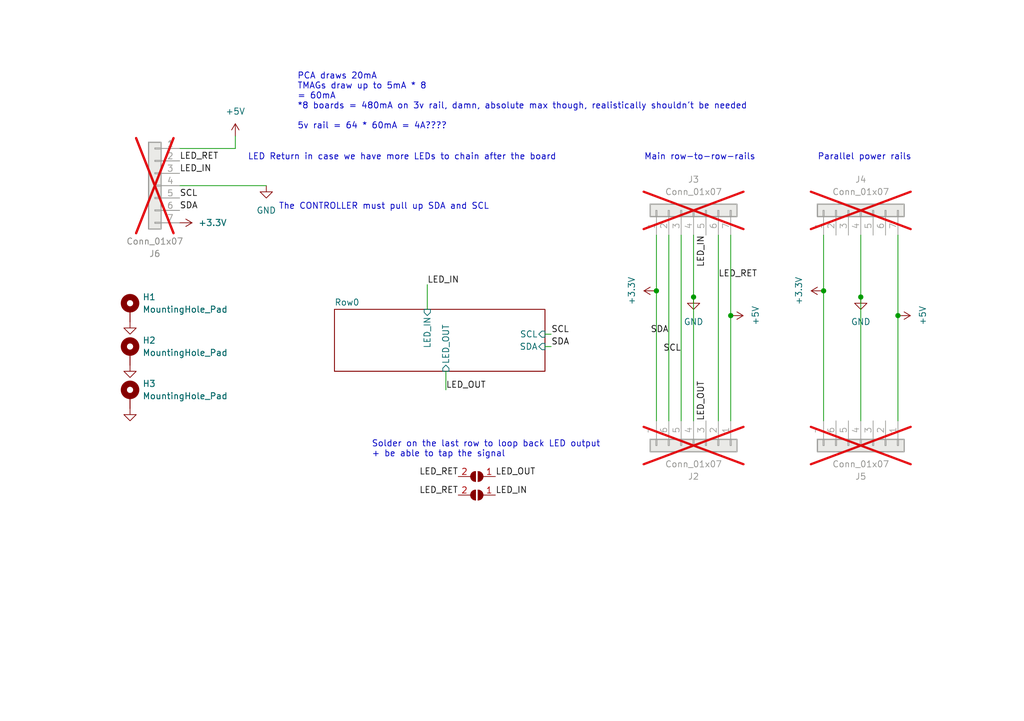
<source format=kicad_sch>
(kicad_sch (version 20230121) (generator eeschema)
  (paper "A5")
  (lib_symbols
    (symbol "Connector_Generic:Conn_01x07" (pin_names (offset 1.016) hide)
      (property "Reference" "J" (at 0 10.16 0))
      (property "Value" "Conn_01x07" (at 0 -10.16 0))
      (symbol "Conn_01x07_1_1"
        (rectangle (start -1.27 -7.493) (end 0 -7.747) (stroke (width 0.1524)))
        (rectangle (start -1.27 -4.953) (end 0 -5.207) (stroke (width 0.1524)))
        (rectangle (start -1.27 -2.413) (end 0 -2.667) (stroke (width 0.1524)))
        (rectangle (start -1.27 0.127) (end 0 -0.127) (stroke (width 0.1524)))
        (rectangle (start -1.27 2.667) (end 0 2.413) (stroke (width 0.1524)))
        (rectangle (start -1.27 5.207) (end 0 4.953) (stroke (width 0.1524)))
        (rectangle (start -1.27 7.747) (end 0 7.493) (stroke (width 0.1524)))
        (rectangle (start -1.27 8.89) (end 1.27 -8.89) (stroke (width 0.254)) (fill (type background)))
        (pin passive line (at -5.08 7.62 0) (length 3.81) (name "Pin_1") (number "1"))
        (pin passive line (at -5.08 5.08 0) (length 3.81) (name "Pin_2") (number "2"))
        (pin passive line (at -5.08 2.54 0) (length 3.81) (name "Pin_3") (number "3"))
        (pin passive line (at -5.08 0 0) (length 3.81) (name "Pin_4") (number "4"))
        (pin passive line (at -5.08 -2.54 0) (length 3.81) (name "Pin_5") (number "5"))
        (pin passive line (at -5.08 -5.08 0) (length 3.81) (name "Pin_6") (number "6"))
        (pin passive line (at -5.08 -7.62 0) (length 3.81) (name "Pin_7") (number "7"))
      )
    )
    (symbol "Jumper:SolderJumper_2_Open" (pin_names (offset 0) hide)
      (property "Reference" "JP" (at 0 2.032 0))
      (property "Value" "SolderJumper_2_Open" (at 0 -2.54 0))
      (symbol "SolderJumper_2_Open_0_1"
        (arc (start -0.254 1.016) (mid -1.2656 0) (end -0.254 -1.016))
        (arc (start -0.254 1.016) (mid -1.2656 0) (end -0.254 -1.016) (fill (type outline)))
        (polyline (pts (xy -0.254 1.016) (xy -0.254 -1.016)))
        (polyline (pts (xy 0.254 1.016) (xy 0.254 -1.016)))
        (arc (start 0.254 -1.016) (mid 1.2656 0) (end 0.254 1.016))
        (arc (start 0.254 -1.016) (mid 1.2656 0) (end 0.254 1.016) (fill (type outline)))
      )
      (symbol "SolderJumper_2_Open_1_1"
        (pin passive line (at -3.81 0 0) (length 2.54) (name "A") (number "1"))
        (pin passive line (at 3.81 0 180) (length 2.54) (name "B") (number "2"))
      )
    )
    (symbol "Mechanical:MountingHole_Pad" (pin_numbers hide) (pin_names (offset 1.016) hide)
      (property "Reference" "H" (at 0 6.35 0))
      (property "Value" "MountingHole_Pad" (at 0 4.445 0))
      (symbol "MountingHole_Pad_0_1"
        (circle (center 0 1.27) (radius 1.27) (stroke (width 1.27)))
      )
      (symbol "MountingHole_Pad_1_1"
        (pin input line (at 0 -2.54 90) (length 2.54) (name "1") (number "1"))
      )
    )
    (symbol "power:+3.3V" (power) (pin_names (offset 0))
      (property "Value" "+3.3V" (at 0 3.556 0))
      (symbol "+3.3V_0_1"
        (polyline (pts (xy -0.762 1.27) (xy 0 2.54)))
        (polyline (pts (xy 0 0) (xy 0 2.54)))
        (polyline (pts (xy 0 2.54) (xy 0.762 1.27)))
      )
      (symbol "+3.3V_1_1"
        (pin power_in line (at 0 0 90) (length 0) hide (name "+3.3V") (number "1"))
      )
    )
    (symbol "power:+5V" (power) (pin_names (offset 0))
      (property "Value" "+5V" (at 0 3.556 0))
      (symbol "+5V_0_1"
        (polyline (pts (xy -0.762 1.27) (xy 0 2.54)))
        (polyline (pts (xy 0 0) (xy 0 2.54)))
        (polyline (pts (xy 0 2.54) (xy 0.762 1.27)))
      )
      (symbol "+5V_1_1"
        (pin power_in line (at 0 0 90) (length 0) hide (name "+5V") (number "1"))
      )
    )
    (symbol "power:GND" (power) (pin_names (offset 0))
      (property "Value" "GND" (at 0 -3.81 0))
      (symbol "GND_0_1"
        (polyline (pts (xy 0 0) (xy 0 -1.27) (xy 1.27 -1.27) (xy 0 -2.54) (xy -1.27 -1.27) (xy 0 -1.27)))
      )
      (symbol "GND_1_1"
        (pin power_in line (at 0 0 270) (length 0) hide (name "GND") (number "1"))
      )
    )
  )
  (junction (at 142.24 60.96))
  (junction (at 134.62 59.69))
  (junction (at 168.91 59.69))
  (junction (at 184.15 64.77))
  (junction (at 149.86 64.77))
  (junction (at 176.53 60.96))
  (wire (pts (xy 137.16 48.26) (xy 137.16 86.36)))
  (wire (pts (xy 91.44 76.2) (xy 91.44 80.01)))
  (wire (pts (xy 176.53 60.96) (xy 176.53 86.36)))
  (wire (pts (xy 142.24 48.26) (xy 142.24 60.96)))
  (wire (pts (xy 36.83 30.48) (xy 48.26 30.48)))
  (wire (pts (xy 36.83 38.1) (xy 54.61 38.1)))
  (wire (pts (xy 147.32 48.26) (xy 147.32 86.36)))
  (wire (pts (xy 111.76 71.12) (xy 113.03 71.12)))
  (wire (pts (xy 134.62 48.26) (xy 134.62 59.69)))
  (wire (pts (xy 184.15 48.26) (xy 184.15 64.77)))
  (wire (pts (xy 176.53 48.26) (xy 176.53 60.96)))
  (wire (pts (xy 111.76 68.58) (xy 113.03 68.58)))
  (wire (pts (xy 139.7 48.26) (xy 139.7 86.36)))
  (wire (pts (xy 168.91 48.26) (xy 168.91 59.69)))
  (wire (pts (xy 134.62 59.69) (xy 134.62 86.36)))
  (wire (pts (xy 149.86 64.77) (xy 149.86 86.36)))
  (wire (pts (xy 87.63 58.42) (xy 87.63 63.5)))
  (wire (pts (xy 168.91 59.69) (xy 168.91 86.36)))
  (wire (pts (xy 184.15 64.77) (xy 184.15 86.36)))
  (wire (pts (xy 142.24 60.96) (xy 142.24 86.36)))
  (wire (pts (xy 149.86 48.26) (xy 149.86 64.77)))
  (wire (pts (xy 48.26 30.48) (xy 48.26 27.94)))
  (text "PCA draws 20mA\nTMAGs draw up to 5mA * 8\n= 60mA\n*8 boards = 480mA on 3v rail, damn, absolute max though, realistically shouldn't be needed\n\n5v rail = 64 * 60mA = 4A????" (at 60.96 26.67 0) (effects (font (size 1.27 1.27)) (justify left bottom)))
  (text "Parallel power rails" (at 167.64 33.02 0) (effects (font (size 1.27 1.27)) (justify left bottom)))
  (text "The CONTROLLER must pull up SDA and SCL" (at 57.15 43.18 0) (effects (font (size 1.27 1.27)) (justify left bottom)))
  (text "Solder on the last row to loop back LED output\n+ be able to tap the signal" (at 76.2 93.98 0) (effects (font (size 1.27 1.27)) (justify left bottom)))
  (text "LED Return in case we have more LEDs to chain after the board" (at 50.8 33.02 0) (effects (font (size 1.27 1.27)) (justify left bottom)))
  (text "Main row-to-row-rails" (at 132.08 33.02 0) (effects (font (size 1.27 1.27)) (justify left bottom)))
  (label "LED_IN" (at 87.63 58.42 0))
  (label "LED_IN" (at 36.83 35.56 0))
  (label "SDA" (at 137.16 68.58 180))
  (label "SCL" (at 36.83 40.64 0))
  (label "LED_IN" (at 101.6 101.6 0))
  (label "LED_OUT" (at 144.78 86.36 90))
  (label "LED_RET" (at 93.98 101.6 180))
  (label "SCL" (at 139.7 72.39 180))
  (label "LED_OUT" (at 101.6 97.79 0))
  (label "SDA" (at 113.03 71.12 0))
  (label "SCL" (at 113.03 68.58 0))
  (label "LED_RET" (at 147.32 57.15 0))
  (label "SDA" (at 36.83 43.18 0))
  (label "LED_RET" (at 36.83 33.02 0))
  (label "LED_OUT" (at 91.44 80.01 0))
  (label "LED_RET" (at 93.98 97.79 180))
  (label "LED_IN" (at 144.78 48.26 270))
  (symbol (lib_id "power:GND") (at 26.67 83.82 0) (unit 1)
    (property "Reference" "#PWR041" (effects hide))
    (property "Value" "GND" (effects hide))
  )
  (symbol (lib_id "power:GND") (at 54.61 38.1 0) (unit 1)
    (property "Reference" "#PWR03" (effects hide))
    (property "Value" "GND" (at 54.61 43.18 0))
  )
  (symbol (lib_id "power:+5V") (at 149.86 64.77 270) (unit 1)
    (property "Reference" "#PWR09" (effects hide))
    (property "Value" "+5V" (at 154.94 64.77 0))
  )
  (symbol (lib_id "power:GND") (at 176.53 60.96 0) (mirror y) (unit 1)
    (property "Reference" "#PWR07" (effects hide))
    (property "Value" "GND" (at 176.53 66.04 0))
  )
  (symbol (lib_id "power:+5V") (at 48.26 27.94 0) (unit 1)
    (property "Reference" "#PWR02" (effects hide))
    (property "Value" "+5V" (at 48.26 22.86 0))
  )
  (symbol (lib_id "Connector_Generic:Conn_01x07") (at 176.53 91.44 270) (unit 1) (dnp yes)
    (property "Reference" "J5" (at 176.53 97.79 90))
    (property "Value" "Conn_01x07" (at 176.53 95.25 90))
    (property "Footprint" "mylibrary:Custom PinSocket Edge Connector" (effects hide))
  )
  (symbol (lib_id "Mechanical:MountingHole_Pad") (at 26.67 63.5 0) (unit 1)
    (property "Reference" "H1" (at 29.21 60.96 0) (effects (justify left)))
    (property "Value" "MountingHole_Pad" (at 29.21 63.5 0) (effects (justify left)))
    (property "Footprint" "MountingHole:MountingHole_3.2mm_M3_ISO14580_Pad" (effects hide))
  )
  (symbol (lib_id "Connector_Generic:Conn_01x07") (at 31.75 38.1 0) (mirror y) (unit 1) (in_bom no) (dnp yes)
    (property "Reference" "J6" (at 31.75 52.07 0))
    (property "Value" "Conn_01x07" (at 31.75 49.53 0))
    (property "Footprint" "mylibrary:Custom PinSocket Edge Connector" (effects hide))
  )
  (symbol (lib_id "power:+3.3V") (at 134.62 59.69 90) (mirror x) (unit 1)
    (property "Reference" "#PWR04" (effects hide))
    (property "Value" "+3.3V" (at 129.54 59.69 0))
  )
  (symbol (lib_id "Jumper:SolderJumper_2_Open") (at 97.79 101.6 0) (mirror y) (unit 1) (in_bom no)
    (property "Reference" "JP6" (effects hide))
    (property "Value" "SolderJumper_2_Open" (effects hide))
    (property "Footprint" "Resistor_SMD:R_0805_2012Metric_Pad1.20x1.40mm_HandSolder" (effects hide))
  )
  (symbol (lib_id "power:+5V") (at 184.15 64.77 270) (unit 1)
    (property "Reference" "#PWR08" (effects hide))
    (property "Value" "+5V" (at 189.23 64.77 0))
  )
  (symbol (lib_id "Jumper:SolderJumper_2_Open") (at 97.79 97.79 0) (mirror y) (unit 1) (in_bom no)
    (property "Reference" "JP1" (effects hide))
    (property "Value" "SolderJumper_2_Open" (effects hide))
    (property "Footprint" "Resistor_SMD:R_0805_2012Metric_Pad1.20x1.40mm_HandSolder" (effects hide))
  )
  (symbol (lib_id "Mechanical:MountingHole_Pad") (at 26.67 81.28 0) (unit 1)
    (property "Reference" "H3" (at 29.21 78.74 0) (effects (justify left)))
    (property "Value" "MountingHole_Pad" (at 29.21 81.28 0) (effects (justify left)))
    (property "Footprint" "MountingHole:MountingHole_3.2mm_M3_ISO14580_Pad" (effects hide))
  )
  (symbol (lib_id "power:GND") (at 26.67 66.04 0) (unit 1)
    (property "Reference" "#PWR039" (effects hide))
    (property "Value" "GND" (effects hide))
  )
  (symbol (lib_id "Mechanical:MountingHole_Pad") (at 26.67 72.39 0) (unit 1)
    (property "Reference" "H2" (at 29.21 69.85 0) (effects (justify left)))
    (property "Value" "MountingHole_Pad" (at 29.21 72.39 0) (effects (justify left)))
    (property "Footprint" "MountingHole:MountingHole_3.2mm_M3_ISO14580_Pad" (effects hide))
  )
  (symbol (lib_id "power:GND") (at 142.24 60.96 0) (mirror y) (unit 1)
    (property "Reference" "#PWR05" (effects hide))
    (property "Value" "GND" (at 142.24 66.04 0))
  )
  (symbol (lib_id "power:+3.3V") (at 36.83 45.72 270) (unit 1)
    (property "Reference" "#PWR01" (effects hide))
    (property "Value" "+3.3V" (at 40.64 45.72 90) (effects (justify left)))
  )
  (symbol (lib_id "Connector_Generic:Conn_01x07") (at 142.24 43.18 90) (unit 1) (dnp yes)
    (property "Reference" "J3" (at 142.24 36.83 90))
    (property "Value" "Conn_01x07" (at 142.24 39.37 90))
    (property "Footprint" "mylibrary:Custom PinSocket Edge Connector" (effects hide))
  )
  (symbol (lib_id "Connector_Generic:Conn_01x07") (at 176.53 43.18 90) (unit 1) (dnp yes)
    (property "Reference" "J4" (at 176.53 36.83 90))
    (property "Value" "Conn_01x07" (at 176.53 39.37 90))
    (property "Footprint" "mylibrary:Custom PinSocket Edge Connector" (effects hide))
  )
  (symbol (lib_id "power:GND") (at 26.67 74.93 0) (unit 1)
    (property "Reference" "#PWR040" (effects hide))
    (property "Value" "GND" (effects hide))
  )
  (symbol (lib_id "Connector_Generic:Conn_01x07") (at 142.24 91.44 270) (unit 1) (dnp yes)
    (property "Reference" "J2" (at 142.24 97.79 90))
    (property "Value" "Conn_01x07" (at 142.24 95.25 90))
    (property "Footprint" "mylibrary:Custom PinSocket Edge Connector" (effects hide))
  )
  (symbol (lib_id "power:+3.3V") (at 168.91 59.69 90) (mirror x) (unit 1)
    (property "Reference" "#PWR06" (effects hide))
    (property "Value" "+3.3V" (at 163.83 59.69 0))
  )
  (sheet (at 68.58 63.5) (size 43.18 12.7) (stroke (width 0.1524))
    (property "Sheetname" "Row0" (at 68.58 62.7884 0) (effects (justify left bottom)))
    (property "Sheetfile" "row.kicad_sch" (effects hide))
    (pin "LED_OUT" input (at 91.44 76.2 270))
    (pin "LED_IN" input (at 87.63 63.5 90))
    (pin "SDA" input (at 111.76 71.12 0))
    (pin "SCL" input (at 111.76 68.58 0))
  )
)
</source>
